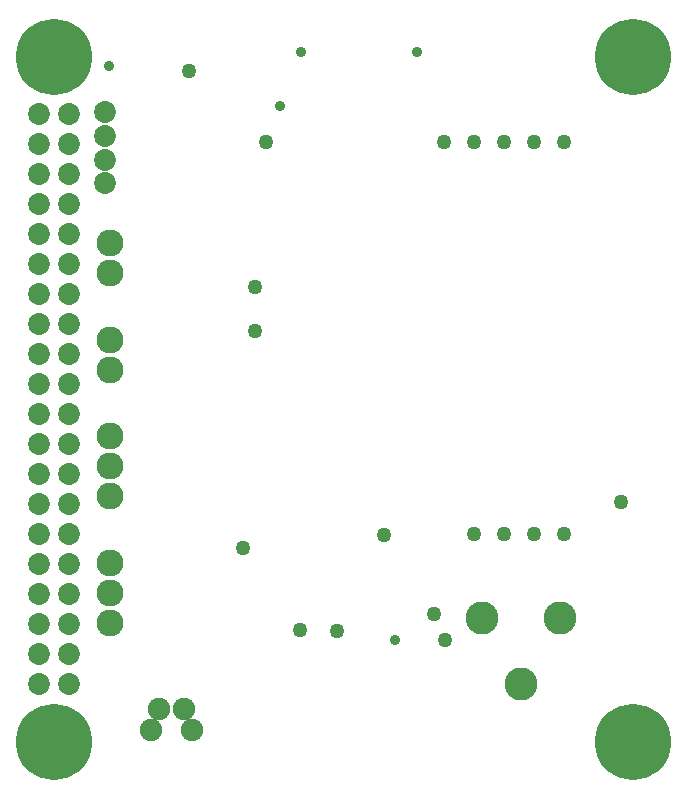
<source format=gbr>
G04 GENERATED BY PULSONIX 11.0 GERBER.DLL 8468*
G04 #@! TF.GenerationSoftware,Pulsonix,Pulsonix,11.0.8468*
G04 #@! TF.CreationDate,2022-02-02T18:24:53+05:00*
G04 #@! TF.Part,Single*
%INCSPAM*%
%LNSOLDER MASK BOTTOM*%
%FSLAX35Y35*%
%LPD*%
%MOIN*%
G04 #@! TF.FileFunction,Soldermask,Bot*
G04 #@! TF.FilePolarity,Negative*
G04 #@! TA.AperFunction,ViaPad*
%ADD26C,0.03600*%
%ADD143C,0.05000*%
G04 #@! TA.AperFunction,ComponentPad*
%ADD144C,0.07299*%
%ADD145C,0.25409*%
%ADD146C,0.11000*%
%ADD147C,0.09000*%
%ADD148C,0.07496*%
G04 #@! TD.AperFunction*
X0Y0D02*
D02*
D26*
X357047Y88951D03*
X318859Y266904D03*
X261771Y280290D03*
X364528Y285014D03*
X325945D03*
D02*
D143*
X373976Y88951D03*
X337756Y92099D03*
X325551Y92495D03*
X370041Y97613D03*
X306654Y119660D03*
X353583Y123991D03*
X413583Y124384D03*
X403583D03*
X393583D03*
X383583D03*
X432638Y135014D03*
X310591Y192101D03*
Y206668D03*
X413583Y255093D03*
X403583D03*
X393583D03*
X383583D03*
X373583D03*
X314055D03*
X288543Y278715D03*
D02*
D144*
X248661Y74266D03*
X238661D03*
X248661Y84266D03*
X238661D03*
X248661Y94266D03*
X238661D03*
X248661Y104266D03*
X238661D03*
X248661Y114266D03*
X238661D03*
X248661Y124266D03*
X238661D03*
X248661Y134266D03*
X238661D03*
X248661Y144266D03*
X238661D03*
X248661Y154266D03*
X238661D03*
X248661Y164266D03*
X238661D03*
X248661Y174266D03*
X238661D03*
X248661Y184266D03*
X238661D03*
X248661Y194266D03*
X238661D03*
X248661Y204266D03*
X238661D03*
X248661Y214266D03*
X238661D03*
X248661Y224266D03*
X238661D03*
X248661Y234266D03*
X238661D03*
X260591Y241313D03*
X248661Y244266D03*
X238661D03*
X260591Y249187D03*
X248661Y254266D03*
X238661D03*
X260591Y257061D03*
X248661Y264266D03*
X238661D03*
X260591Y264936D03*
D02*
D145*
X436575Y55093D03*
X243661D03*
X436575Y283439D03*
X243661D03*
D02*
D146*
X399173Y74384D03*
X412173Y96384D03*
X386173D03*
D02*
D147*
X262165Y94857D03*
Y104857D03*
Y114857D03*
Y136983D03*
Y146983D03*
Y156983D03*
Y179109D03*
Y189109D03*
Y211392D03*
Y221392D03*
D02*
D148*
X289331Y59030D03*
X275945D03*
X286870Y65920D03*
X278406D03*
X0Y0D02*
M02*

</source>
